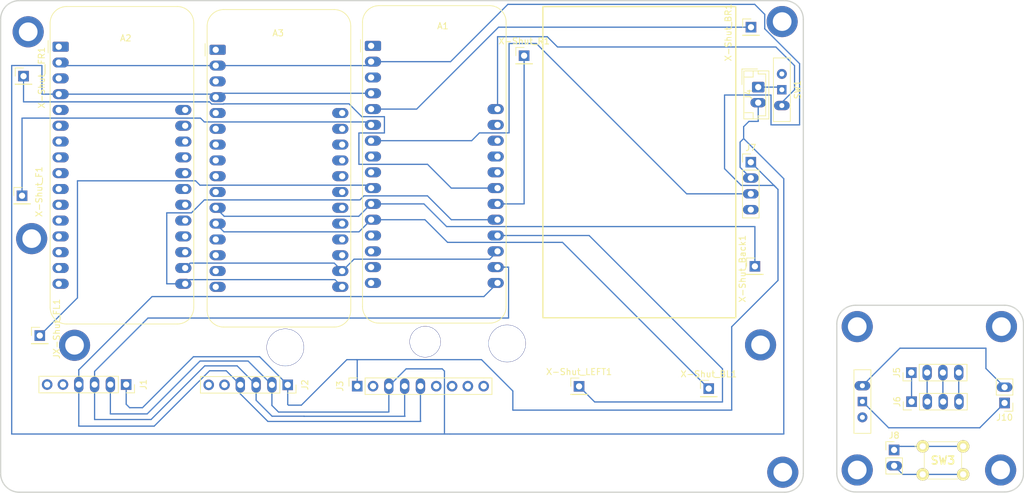
<source format=kicad_pcb>
(kicad_pcb (version 20241229) (generator "pcbnew") (generator_version "9.0")
  (layers (0 "F.Cu" signal) (2 "B.Cu" signal) (13 "F.Paste" user) (15 "B.Paste" user) (5 "F.SilkS" user "F.Silkscreen") (7 "B.SilkS" user "B.Silkscreen") (1 "F.Mask" user) (3 "B.Mask" user) (25 "Edge.Cuts" user))
  (net 0 "")
  (net 2 "/14")
  (net 6 "/22")
  (net 7 "/12")
  (net 8 "/4")
  (net 9 "/20")
  (net 10 "/11")
  (net 11 "/6")
  (net 12 "/17")
  (net 15 "/23")
  (net 16 "/10")
  (net 19 "/28")
  (net 20 "/2")
  (net 23 "/18")
  (net 24 "/15")
  (net 27 "/7")
  (net 28 "/5")
  (net 35 "Net-(J4-Pin_1)")
  (net 59 "/K3")
  (net 60 "/K2")
  (net 61 "/K4")
  (net 62 "/K1")
  (net 63 "Net-(J8-Pin_1)")
  (net 64 "Net-(J8-Pin_2)")
  (net 65 "Net-(J10-Pin_2)")
  (net 66 "Net-(J10-Pin_1)")
  (net 87 "unconnected-(J3-Pin_9-Pad9)")
  (footprint "Connector_PinHeader_2.54mm:PinHeader_1x01_P2.54mm_Vertical" (layer "F.Cu") (at 73.68 62.14)
    (property "Reference" "X-Shut__FR1" (at 2.91 0.25 90) (layer "F.SilkS"))
    (property "Value" "Conn_01x01_Pin" (hide yes))
    (pad "1" thru_hole rect (at 0 0) (size 1.7 1.7) (drill 1) (layers "*.Cu" "*.Mask") (net 15 "/23"))
  )
  (footprint "Connector_PinSocket_2.54mm:PinSocket_1x06_P2.54mm_Vertical" (layer "F.Cu") (at 116.14 111.75 -90)
    (property "Reference" "J2" (at 0 -2.77 90) (layer "F.SilkS"))
    (property "Value" "Conn_01x06_INA219")
    (pad "1" thru_hole rect (at 0 0 270) (size 1.7 1.7) (drill 1) (layers "*.Cu" "*.Mask") (net 20 "/2"))
    (pad "2" thru_hole oval (at 0 2.54 270) (size 2.5 1.5) (drill 1) (layers "*.Cu" "*.Mask") (net 8 "/4"))
    (pad "3" thru_hole oval (at 0 5.08 270) (size 2.5 1.5) (drill 1) (layers "*.Cu" "*.Mask") (net 23 "/18"))
    (pad "4" thru_hole oval (at 0 7.62 270) (size 2.5 1.5) (drill 1) (layers "*.Cu" "*.Mask") (net 12 "/17"))
    (pad "5" thru_hole oval (at 0 10.16 270) (size 1.7 1.7) (drill 1) (layers "*.Cu" "*.Mask"))
    (pad "6" thru_hole oval (at 0 12.7 270) (size 1.7 1.7) (drill 1) (layers "*.Cu" "*.Mask"))
  )
  (footprint "Connector_JST:JST_EH_B2B-EH-A_1x02_P2.50mm_Vertical" (layer "F.Cu") (at 191.75 63.9 -90)
    (property "Reference" "J4" (at 1.2 1.55 90) (layer "F.SilkS"))
    (property "Value" "ESP32-Battery")
    (pad "1" thru_hole roundrect (at 0 0 270) (size 1.7 2) (drill 1) (layers "*.Cu" "*.Mask") (roundrect_rratio 0.147059) (net 35 "Net-(J4-Pin_1)"))
    (pad "2" thru_hole oval (at 2.5 0 270) (size 1.5 2.5) (drill 1) (layers "*.Cu" "*.Mask") (net 8 "/4"))
  )
  (footprint "Connector_PinSocket_2.54mm:PinSocket_1x06_P2.54mm_Vertical" (layer "F.Cu") (at 90.18 111.7 -90)
    (property "Reference" "J1" (at 0 -2.77 90) (layer "F.SilkS"))
    (property "Value" "Conn_01x06_INA219")
    (pad "1" thru_hole rect (at 0 0 270) (size 1.7 1.7) (drill 1) (layers "*.Cu" "*.Mask") (net 20 "/2"))
    (pad "2" thru_hole oval (at 0 2.54 270) (size 2.5 1.5) (drill 1) (layers "*.Cu" "*.Mask") (net 8 "/4"))
    (pad "3" thru_hole oval (at 0 5.08 270) (size 2.5 1.5) (drill 1) (layers "*.Cu" "*.Mask") (net 23 "/18"))
    (pad "4" thru_hole oval (at 0 7.62 270) (size 2.5 1.5) (drill 1) (layers "*.Cu" "*.Mask") (net 12 "/17"))
    (pad "5" thru_hole oval (at 0 10.16 270) (size 1.7 1.7) (drill 1) (layers "*.Cu" "*.Mask"))
    (pad "6" thru_hole oval (at 0 12.7 270) (size 1.7 1.7) (drill 1) (layers "*.Cu" "*.Mask"))
  )
  (footprint "Connector_PinHeader_2.54mm:PinHeader_1x01_P2.54mm_Vertical" (layer "F.Cu") (at 73.44 81.36)
    (property "Reference" "X-Shut_F1" (at 2.74 -0.65 90) (layer "F.SilkS"))
    (property "Value" "Conn_01x01_Pin" (hide yes))
    (pad "1" thru_hole rect (at 0 0) (size 1.7 1.7) (drill 1) (layers "*.Cu" "*.Mask") (net 11 "/6"))
  )
  (footprint "Connector_PinSocket_2.54mm:PinSocket_1x09_P2.54mm_Vertical" (layer "F.Cu") (at 127.31 111.96 90)
    (property "Reference" "J3" (at 0 -2.77 90) (layer "F.SilkS"))
    (property "Value" "Conn_01x09_GYRO")
    (pad "1" thru_hole rect (at 0 0 90) (size 1.7 1.7) (drill 1) (layers "*.Cu" "*.Mask") (net 20 "/2"))
    (pad "2" thru_hole oval (at 0 2.54 90) (size 1.7 1.7) (drill 1) (layers "*.Cu" "*.Mask"))
    (pad "3" thru_hole oval (at 0 5.08 90) (size 2.5 1.5) (drill 1) (layers "*.Cu" "*.Mask") (net 8 "/4"))
    (pad "4" thru_hole oval (at 0 7.62 90) (size 2.5 1.5) (drill 1) (layers "*.Cu" "*.Mask") (net 23 "/18"))
    (pad "5" thru_hole oval (at 0 10.16 90) (size 2.5 1.5) (drill 1) (layers "*.Cu" "*.Mask") (net 12 "/17"))
    (pad "6" thru_hole oval (at 0 12.7 90) (size 1.7 1.7) (drill 1) (layers "*.Cu" "*.Mask"))
    (pad "7" thru_hole oval (at 0 15.24 90) (size 1.7 1.7) (drill 1) (layers "*.Cu" "*.Mask"))
    (pad "8" thru_hole oval (at 0 17.78 90) (size 1.7 1.7) (drill 1) (layers "*.Cu" "*.Mask"))
    (pad "9" thru_hole oval (at 0 20.32 90) (size 1.7 1.7) (drill 1) (layers "*.Cu" "*.Mask") (net 87 "unconnected-(J3-Pin_9-Pad9)"))
  )
  (footprint "Connector_PinHeader_2.54mm:PinHeader_1x01_P2.54mm_Vertical" (layer "F.Cu") (at 183.8 112.35)
    (property "Reference" "X-Shut_BL1" (at 0 -2.33 0) (layer "F.SilkS"))
    (property "Value" "Conn_01x01_Pin")
    (pad "1" thru_hole rect (at 0 0) (size 1.7 1.7) (drill 1) (layers "*.Cu" "*.Mask") (net 7 "/12"))
  )
  (footprint "Module:Adafruit_Feather" (layer "F.Cu") (at 129.54 57.27)
    (property "Reference" "A1" (at 11.53 -3.19 0) (layer "F.SilkS"))
    (property "Value" "Adafruit_Feather_HUZZAH32_ESP32")
    (pad "1" thru_hole roundrect (at 0 0) (size 2.6 1.6) (drill 1 (offset 0.3 0)) (layers "*.Cu" "*.Mask") (roundrect_rratio 0.15625))
    (pad "2" thru_hole oval (at 0 2.54) (size 2.6 1.6) (drill 1 (offset 0.3 0)) (layers "*.Cu" "*.Mask") (net 20 "/2"))
    (pad "3" thru_hole oval (at 0 5.08) (size 2.6 1.6) (drill 1 (offset 0.3 0)) (layers "*.Cu" "*.Mask"))
    (pad "4" thru_hole oval (at 0 7.62) (size 2.6 1.6) (drill 1 (offset 0.3 0)) (layers "*.Cu" "*.Mask") (net 8 "/4"))
    (pad "5" thru_hole oval (at 0 10.16) (size 2.6 1.6) (drill 1 (offset 0.3 0)) (layers "*.Cu" "*.Mask") (net 28 "/5"))
    (pad "6" thru_hole oval (at 0 12.7) (size 2.6 1.6) (drill 1 (offset 0.3 0)) (layers "*.Cu" "*.Mask") (net 11 "/6"))
    (pad "7" thru_hole oval (at 0 15.24) (size 2.6 1.6) (drill 1 (offset 0.3 0)) (layers "*.Cu" "*.Mask") (net 27 "/7"))
    (pad "8" thru_hole oval (at 0 17.78) (size 2.6 1.6) (drill 1 (offset 0.3 0)) (layers "*.Cu" "*.Mask"))
    (pad "9" thru_hole oval (at 0 20.32) (size 2.6 1.6) (drill 1 (offset 0.3 0)) (layers "*.Cu" "*.Mask"))
    (pad "10" thru_hole oval (at 0 22.86) (size 2.6 1.6) (drill 1 (offset 0.3 0)) (layers "*.Cu" "*.Mask") (net 16 "/10"))
    (pad "11" thru_hole oval (at 0 25.4) (size 2.6 1.6) (drill 1 (offset 0.3 0)) (layers "*.Cu" "*.Mask") (net 10 "/11"))
    (pad "12" thru_hole oval (at 0 27.94) (size 2.6 1.6) (drill 1 (offset 0.3 0)) (layers "*.Cu" "*.Mask") (net 7 "/12"))
    (pad "13" thru_hole oval (at 0 30.48) (size 2.6 1.6) (drill 1 (offset 0.3 0)) (layers "*.Cu" "*.Mask"))
    (pad "14" thru_hole oval (at 0 33.02) (size 2.6 1.6) (drill 1 (offset 0.3 0)) (layers "*.Cu" "*.Mask"))
    (pad "15" thru_hole oval (at 0 35.56) (size 2.6 1.6) (drill 1 (offset 0.3 0)) (layers "*.Cu" "*.Mask"))
    (pad "16" thru_hole oval (at 0 38.1) (size 2.6 1.6) (drill 1 (offset 0.3 0)) (layers "*.Cu" "*.Mask"))
    (pad "17" thru_hole oval (at 20.32 38.1 180) (size 2.6 1.6) (drill 1 (offset 0.3 0)) (layers "*.Cu" "*.Mask") (net 12 "/17"))
    (pad "18" thru_hole oval (at 20.32 35.56 180) (size 2.6 1.6) (drill 1 (offset 0.3 0)) (layers "*.Cu" "*.Mask") (net 23 "/18"))
    (pad "19" thru_hole oval (at 20.32 33.02 180) (size 2.6 1.6) (drill 1 (offset 0.3 0)) (layers "*.Cu" "*.Mask") (net 2 "/14"))
    (pad "20" thru_hole oval (at 20.32 30.48 180) (size 2.6 1.6) (drill 1 (offset 0.3 0)) (layers "*.Cu" "*.Mask") (net 9 "/20"))
    (pad "21" thru_hole oval (at 20.32 27.94 180) (size 2.6 1.6) (drill 1 (offset 0.3 0)) (layers "*.Cu" "*.Mask") (net 24 "/15"))
    (pad "22" thru_hole oval (at 20.32 25.4 180) (size 2.6 1.6) (drill 1 (offset 0.3 0)) (layers "*.Cu" "*.Mask") (net 6 "/22"))
    (pad "23" thru_hole oval (at 20.32 22.86 180) (size 2.6 1.6) (drill 1 (offset 0.3 0)) (layers "*.Cu" "*.Mask") (net 15 "/23"))
    (pad "24" thru_hole oval (at 20.32 20.32 180) (size 2.6 1.6) (drill 1 (offset 0.3 0)) (layers "*.Cu" "*.Mask"))
    (pad "25" thru_hole oval (at 20.32 17.78 180) (size 2.6 1.6) (drill 1 (offset 0.3 0)) (layers "*.Cu" "*.Mask"))
    (pad "26" thru_hole oval (at 20.32 15.24 180) (size 2.6 1.6) (drill 1 (offset 0.3 0)) (layers "*.Cu" "*.Mask"))
    (pad "27" thru_hole oval (at 20.32 12.7 180) (size 2.6 1.6) (drill 1 (offset 0.3 0)) (layers "*.Cu" "*.Mask"))
    (pad "28" thru_hole oval (at 20.32 10.16 180) (size 2.6 1.6) (drill 1 (offset 0.3 0)) (layers "*.Cu" "*.Mask") (net 19 "/28"))
  )
  (footprint "Connector_PinHeader_2.54mm:PinHeader_1x01_P2.54mm_Vertical" (layer "F.Cu") (at 154.13 58.85)
    (property "Reference" "X-Shut_R1" (at 0 -2.33 0) (layer "F.SilkS"))
    (property "Value" "Conn_01x01_Pin")
    (pad "1" thru_hole rect (at 0 0) (size 1.7 1.7) (drill 1) (layers "*.Cu" "*.Mask") (net 6 "/22"))
  )
  (footprint "Connector_PinHeader_2.54mm:PinHeader_1x04_P2.54mm_Vertical" (layer "F.Cu") (at 190.56 75.97)
    (property "Reference" "J7" (at 0 -2.33 0) (layer "F.SilkS"))
    (property "Value" "Kill_Switch_Conn")
    (pad "1" thru_hole rect (at 0 0) (size 1.7 1.7) (drill 1) (layers "*.Cu" "*.Mask") (net 20 "/2"))
    (pad "2" thru_hole oval (at 0 2.54) (size 2.5 1.5) (drill 1) (layers "*.Cu" "*.Mask") (net 8 "/4"))
    (pad "3" thru_hole oval (at 0 5.08) (size 2.5 1.5) (drill 1) (layers "*.Cu" "*.Mask") (net 27 "/7"))
    (pad "4" thru_hole oval (at 0 7.62) (size 2.5 1.5) (drill 1) (layers "*.Cu" "*.Mask"))
  )
  (footprint "Module:Adafruit_Feather" (layer "F.Cu") (at 79.34 57.41)
    (property "Reference" "A2" (at 10.77 -1.38 0) (layer "F.SilkS"))
    (property "Value" "Adafruit_Feather_Front_M-Shield")
    (pad "1" thru_hole roundrect (at 0 0) (size 2.6 1.6) (drill 1 (offset 0.3 0)) (layers "*.Cu" "*.Mask") (roundrect_rratio 0.15625))
    (pad "2" thru_hole oval (at 0 2.54) (size 2.6 1.6) (drill 1 (offset 0.3 0)) (layers "*.Cu" "*.Mask") (net 20 "/2"))
    (pad "3" thru_hole oval (at 0 5.08) (size 2.6 1.6) (drill 1 (offset 0.3 0)) (layers "*.Cu" "*.Mask"))
    (pad "4" thru_hole oval (at 0 7.62) (size 2.6 1.6) (drill 1 (offset 0.3 0)) (layers "*.Cu" "*.Mask") (net 8 "/4"))
    (pad "5" thru_hole oval (at 0 10.16) (size 2.6 1.6) (drill 1 (offset 0.3 0)) (layers "*.Cu" "*.Mask"))
    (pad "6" thru_hole oval (at 0 12.7) (size 2.6 1.6) (drill 1 (offset 0.3 0)) (layers "*.Cu" "*.Mask"))
    (pad "7" thru_hole oval (at 0 15.24) (size 2.6 1.6) (drill 1 (offset 0.3 0)) (layers "*.Cu" "*.Mask"))
    (pad "8" thru_hole oval (at 0 17.78) (size 2.6 1.6) (drill 1 (offset 0.3 0)) (layers "*.Cu" "*.Mask"))
    (pad "9" thru_hole oval (at 0 20.32) (size 2.6 1.6) (drill 1 (offset 0.3 0)) (layers "*.Cu" "*.Mask"))
    (pad "10" thru_hole oval (at 0 22.86) (size 2.6 1.6) (drill 1 (offset 0.3 0)) (layers "*.Cu" "*.Mask"))
    (pad "11" thru_hole oval (at 0 25.4) (size 2.6 1.6) (drill 1 (offset 0.3 0)) (layers "*.Cu" "*.Mask"))
    (pad "12" thru_hole oval (at 0 27.94) (size 2.6 1.6) (drill 1 (offset 0.3 0)) (layers "*.Cu" "*.Mask"))
    (pad "13" thru_hole oval (at 0 30.48) (size 2.6 1.6) (drill 1 (offset 0.3 0)) (layers "*.Cu" "*.Mask"))
    (pad "14" thru_hole oval (at 0 33.02) (size 2.6 1.6) (drill 1 (offset 0.3 0)) (layers "*.Cu" "*.Mask"))
    (pad "15" thru_hole oval (at 0 35.56) (size 2.6 1.6) (drill 1 (offset 0.3 0)) (layers "*.Cu" "*.Mask"))
    (pad "16" thru_hole oval (at 0 38.1) (size 2.6 1.6) (drill 1 (offset 0.3 0)) (layers "*.Cu" "*.Mask"))
    (pad "17" thru_hole oval (at 20.32 38.1 180) (size 2.6 1.6) (drill 1 (offset 0.3 0)) (layers "*.Cu" "*.Mask") (net 24 "/15"))
    (pad "18" thru_hole oval (at 20.32 35.56 180) (size 2.6 1.6) (drill 1 (offset 0.3 0)) (layers "*.Cu" "*.Mask") (net 2 "/14"))
    (pad "19" thru_hole oval (at 20.32 33.02 180) (size 2.6 1.6) (drill 1 (offset 0.3 0)) (layers "*.Cu" "*.Mask"))
    (pad "20" thru_hole oval (at 20.32 30.48 180) (size 2.6 1.6) (drill 1 (offset 0.3 0)) (layers "*.Cu" "*.Mask"))
    (pad "21" thru_hole oval (at 20.32 27.94 180) (size 2.6 1.6) (drill 1 (offset 0.3 0)) (layers "*.Cu" "*.Mask"))
    (pad "22" thru_hole oval (at 20.32 25.4 180) (size 2.6 1.6) (drill 1 (offset 0.3 0)) (layers "*.Cu" "*.Mask"))
    (pad "23" thru_hole oval (at 20.32 22.86 180) (size 2.6 1.6) (drill 1 (offset 0.3 0)) (layers "*.Cu" "*.Mask"))
    (pad "24" thru_hole oval (at 20.32 20.32 180) (size 2.6 1.6) (drill 1 (offset 0.3 0)) (layers "*.Cu" "*.Mask"))
    (pad "25" thru_hole oval (at 20.32 17.78 180) (size 2.6 1.6) (drill 1 (offset 0.3 0)) (layers "*.Cu" "*.Mask"))
    (pad "26" thru_hole oval (at 20.32 15.24 180) (size 2.6 1.6) (drill 1 (offset 0.3 0)) (layers "*.Cu" "*.Mask"))
    (pad "27" thru_hole oval (at 20.32 12.7 180) (size 2.6 1.6) (drill 1 (offset 0.3 0)) (layers "*.Cu" "*.Mask"))
    (pad "28" thru_hole oval (at 20.32 10.16 180) (size 2.6 1.6) (drill 1 (offset 0.3 0)) (layers "*.Cu" "*.Mask"))
  )
  (footprint "Milads_Library:Tac_Switch_THT" (layer "F.Cu") (at 218.19 121.64)
    (property "Reference" "SW3" (at 3.25 2.25 0) (layer "F.SilkS") (effects (font (size 1.27 1.27) (thickness 0.254))))
    (property "Value" "RESET_SW" (hide yes))
    (pad "1" thru_hole circle (at 0 0 90) (size 2 2) (drill 1) (layers "*.Cu" "*.Mask" "F.SilkS") (net 63 "Net-(J8-Pin_1)"))
    (pad "2" thru_hole circle (at 6.5 0 90) (size 2 2) (drill 1) (layers "*.Cu" "*.Mask" "F.SilkS") (net 63 "Net-(J8-Pin_1)"))
    (pad "3" thru_hole circle (at 0 4.5 90) (size 2 2) (drill 1) (layers "*.Cu" "*.Mask" "F.SilkS") (net 64 "Net-(J8-Pin_2)"))
    (pad "4" thru_hole circle (at 6.5 4.5 90) (size 2 2) (drill 1) (layers "*.Cu" "*.Mask" "F.SilkS") (net 64 "Net-(J8-Pin_2)"))
  )
  (footprint "Connector_PinHeader_2.54mm:PinHeader_1x01_P2.54mm_Vertical" (layer "F.Cu") (at 191.22 92.7)
    (property "Reference" "X-Shut_Back1" (at -2 0.39 270) (layer "F.SilkS"))
    (property "Value" "Conn_01x01_Pin" (hide yes))
    (pad "1" thru_hole rect (at 0 0) (size 1.7 1.7) (drill 1) (layers "*.Cu" "*.Mask") (net 10 "/11"))
  )
  (footprint "Connector_PinHeader_2.54mm:PinHeader_1x04_P2.54mm_Vertical" (layer "F.Cu") (at 216.395 114.45 90)
    (property "Reference" "J6" (at 0 -2.33 90) (layer "F.SilkS"))
    (property "Value" "C-P_KS_Pins")
    (pad "1" thru_hole rect (at 0 0 90) (size 1.7 1.7) (drill 1) (layers "*.Cu" "*.Mask") (net 62 "/K1"))
    (pad "2" thru_hole oval (at 0 2.54 90) (size 2.5 1.5) (drill 1) (layers "*.Cu" "*.Mask") (net 60 "/K2"))
    (pad "3" thru_hole oval (at 0 5.08 90) (size 2.5 1.5) (drill 1) (layers "*.Cu" "*.Mask") (net 59 "/K3"))
    (pad "4" thru_hole oval (at 0 7.62 90) (size 2.5 1.5) (drill 1) (layers "*.Cu" "*.Mask") (net 61 "/K4"))
  )
  (footprint "Connector_PinHeader_2.54mm:PinHeader_1x02_P2.54mm_Vertical" (layer "F.Cu") (at 231.345 114.66 180)
    (property "Reference" "J10" (at 0 -2.33 0) (layer "F.SilkS"))
    (property "Value" "Conn_01x02_Socket")
    (pad "1" thru_hole rect (at 0 0 180) (size 1.7 1.7) (drill 1) (layers "*.Cu" "*.Mask") (net 66 "Net-(J10-Pin_1)"))
    (pad "2" thru_hole oval (at 0 2.54 180) (size 2.5 1.5) (drill 1) (layers "*.Cu" "*.Mask") (net 65 "Net-(J10-Pin_2)"))
  )
  (footprint "Connector_PinHeader_2.54mm:PinHeader_1x01_P2.54mm_Vertical" (layer "F.Cu") (at 76.29 103.83)
    (property "Reference" "JX-Shut_FL1" (at 2.72 -1.07 90) (layer "F.SilkS"))
    (property "Value" "Conn_01x01_Pin" (hide yes))
    (pad "1" thru_hole rect (at 0 0) (size 1.7 1.7) (drill 1) (layers "*.Cu" "*.Mask") (net 16 "/10"))
  )
  (footprint "Button_Switch_THT:SW_Slide-03_Wuerth-WS-SLTV_10x2.5x6.4_P2.54mm" (layer "F.Cu") (at 195.55 64.32 -90)
    (property "Reference" "SW1" (at 0 -2.54 90) (layer "F.SilkS"))
    (property "Value" "SW_Wuerth_450301014042" (hide yes))
    (pad "1" thru_hole rect (at 0 0 270) (size 1.5 1.5) (drill 0.8) (layers "*.Cu" "*.Mask") (net 35 "Net-(J4-Pin_1)"))
    (pad "2" thru_hole circle (at -2.54 0 270) (size 1.6 1.6) (drill 0.8) (layers "*.Cu" "*.Mask"))
    (pad "3" thru_hole oval (at 2.54 0 270) (size 1.5 2.5) (drill 0.8) (layers "*.Cu" "*.Mask") (net 19 "/28"))
  )
  (footprint "Button_Switch_THT:SW_Slide-03_Wuerth-WS-SLTV_10x2.5x6.4_P2.54mm" (layer "F.Cu") (at 208.495 114.43 90)
    (property "Reference" "SW2" (hide yes))
    (property "Value" "SW_Wuerth_450301014042")
    (pad "1" thru_hole rect (at 0 0 90) (size 1.5 1.5) (drill 0.8) (layers "*.Cu" "*.Mask") (net 66 "Net-(J10-Pin_1)"))
    (pad "2" thru_hole circle (at -2.54 0 90) (size 1.6 1.6) (drill 0.8) (layers "*.Cu" "*.Mask"))
    (pad "3" thru_hole oval (at 2.54 0 90) (size 1.5 2.5) (drill 0.8) (layers "*.Cu" "*.Mask") (net 65 "Net-(J10-Pin_2)"))
  )
  (footprint "Connector_PinHeader_2.54mm:PinHeader_1x01_P2.54mm_Vertical" (layer "F.Cu") (at 190.59 54.27)
    (property "Reference" "X-Shut_BR1" (at -3.65 0.85 90) (layer "F.SilkS"))
    (property "Value" "Conn_01x01_Pin" (hide yes))
    (pad "1" thru_hole rect (at 0 0) (size 1.7 1.7) (drill 1) (layers "*.Cu" "*.Mask") (net 28 "/5"))
  )
  (footprint "Connector_PinHeader_2.54mm:PinHeader_1x01_P2.54mm_Vertical" (layer "F.Cu") (at 162.96 111.99)
    (property "Reference" "X-Shut_LEFT1" (at 0 -2.33 0) (layer "F.SilkS"))
    (property "Value" "Conn_01x01_Pin")
    (pad "1" thru_hole rect (at 0 0) (size 1.7 1.7) (drill 1) (layers "*.Cu" "*.Mask") (net 9 "/20"))
  )
  (footprint "Module:Adafruit_Feather" (layer "F.Cu") (at 104.57 57.9)
    (property "Reference" "A3" (at 10.03 -2.68 0) (layer "F.SilkS"))
    (property "Value" "Adafruit_Feather_Rear_M-Shield")
    (pad "1" thru_hole roundrect (at 0 0) (size 2.6 1.6) (drill 1 (offset 0.3 0)) (layers "*.Cu" "*.Mask") (roundrect_rratio 0.15625))
    (pad "2" thru_hole oval (at 0 2.54) (size 2.6 1.6) (drill 1 (offset 0.3 0)) (layers "*.Cu" "*.Mask") (net 20 "/2"))
    (pad "3" thru_hole oval (at 0 5.08) (size 2.6 1.6) (drill 1 (offset 0.3 0)) (layers "*.Cu" "*.Mask"))
    (pad "4" thru_hole oval (at 0 7.62) (size 2.6 1.6) (drill 1 (offset 0.3 0)) (layers "*.Cu" "*.Mask") (net 8 "/4"))
    (pad "5" thru_hole oval (at 0 10.16) (size 2.6 1.6) (drill 1 (offset 0.3 0)) (layers "*.Cu" "*.Mask"))
    (pad "6" thru_hole oval (at 0 12.7) (size 2.6 1.6) (drill 1 (offset 0.3 0)) (layers "*.Cu" "*.Mask"))
    (pad "7" thru_hole oval (at 0 15.24) (size 2.6 1.6) (drill 1 (offset 0.3 0)) (layers "*.Cu" "*.Mask"))
    (pad "8" thru_hole oval (at 0 17.78) (size 2.6 1.6) (drill 1 (offset 0.3 0)) (layers "*.Cu" "*.Mask"))
    (pad "9" thru_hole oval (at 0 20.32) (size 2.6 1.6) (drill 1 (offset 0.3 0)) (layers "*.Cu" "*.Mask"))
    (pad "10" thru_hole oval (at 0 22.86) (size 2.6 1.6) (drill 1 (offset 0.3 0)) (layers "*.Cu" "*.Mask"))
    (pad "11" thru_hole oval (at 0 25.4) (size 2.6 1.6) (drill 1 (offset 0.3 0)) (layers "*.Cu" "*.Mask") (net 10 "/11"))
    (pad "12" thru_hole oval (at 0 27.94) (size 2.6 1.6) (drill 1 (offset 0.3 0)) (layers "*.Cu" "*.Mask") (net 7 "/12"))
    (pad "13" thru_hole oval (at 0 30.48) (size 2.6 1.6) (drill 1 (offset 0.3 0)) (layers "*.Cu" "*.Mask"))
    (pad "14" thru_hole oval (at 0 33.02) (size 2.6 1.6) (drill 1 (offset 0.3 0)) (layers "*.Cu" "*.Mask"))
    (pad "15" thru_hole oval (at 0 35.56) (size 2.6 1.6) (drill 1 (offset 0.3 0)) (layers "*.Cu" "*.Mask"))
    (pad "16" thru_hole oval (at 0 38.1) (size 2.6 1.6) (drill 1 (offset 0.3 0)) (layers "*.Cu" "*.Mask"))
    (pad "17" thru_hole oval (at 20.32 38.1 180) (size 2.6 1.6) (drill 1 (offset 0.3 0)) (layers "*.Cu" "*.Mask") (net 24 "/15"))
    (pad "18" thru_hole oval (at 20.32 35.56 180) (size 2.6 1.6) (drill 1 (offset 0.3 0)) (layers "*.Cu" "*.Mask") (net 2 "/14"))
    (pad "19" thru_hole oval (at 20.32 33.02 180) (size 2.6 1.6) (drill 1 (offset 0.3 0)) (layers "*.Cu" "*.Mask"))
    (pad "20" thru_hole oval (at 20.32 30.48 180) (size 2.6 1.6) (drill 1 (offset 0.3 0)) (layers "*.Cu" "*.Mask"))
    (pad "21" thru_hole oval (at 20.32 27.94 180) (size 2.6 1.6) (drill 1 (offset 0.3 0)) (layers "*.Cu" "*.Mask"))
    (pad "22" thru_hole oval (at 20.32 25.4 180) (size 2.6 1.6) (drill 1 (offset 0.3 0)) (layers "*.Cu" "*.Mask"))
    (pad "23" thru_hole oval (at 20.32 22.86 180) (size 2.6 1.6) (drill 1 (offset 0.3 0)) (layers "*.Cu" "*.Mask"))
    (pad "24" thru_hole oval (at 20.32 20.32 180) (size 2.6 1.6) (drill 1 (offset 0.3 0)) (layers "*.Cu" "*.Mask"))
    (pad "25" thru_hole oval (at 20.32 17.78 180) (size 2.6 1.6) (drill 1 (offset 0.3 0)) (layers "*.Cu" "*.Mask"))
    (pad "26" thru_hole oval (at 20.32 15.24 180) (size 2.6 1.6) (drill 1 (offset 0.3 0)) (layers "*.Cu" "*.Mask"))
    (pad "27" thru_hole oval (at 20.32 12.7 180) (size 2.6 1.6) (drill 1 (offset 0.3 0)) (layers "*.Cu" "*.Mask"))
    (pad "28" thru_hole oval (at 20.32 10.16 180) (size 2.6 1.6) (drill 1 (offset 0.3 0)) (layers "*.Cu" "*.Mask"))
  )
  (footprint "Connector_PinHeader_2.54mm:PinHeader_1x04_P2.54mm_Vertical" (layer "F.Cu") (at 216.355 109.78 90)
    (property "Reference" "J5" (at 0 -2.33 90) (layer "F.SilkS"))
    (property "Value" "C-P_Kill_Switch")
    (pad "1" thru_hole rect (at 0 0 90) (size 1.7 1.7) (drill 1) (layers "*.Cu" "*.Mask") (net 62 "/K1"))
    (pad "2" thru_hole oval (at 0 2.54 90) (size 2.5 1.5) (drill 1) (layers "*.Cu" "*.Mask") (net 60 "/K2"))
    (pad "3" thru_hole oval (at 0 5.08 90) (size 2.5 1.5) (drill 1) (layers "*.Cu" "*.Mask") (net 59 "/K3"))
    (pad "4" thru_hole oval (at 0 7.62 90) (size 2.5 1.5) (drill 1) (layers "*.Cu" "*.Mask") (net 61 "/K4"))
  )
  (footprint "Connector_PinHeader_2.54mm:PinHeader_1x02_P2.54mm_Vertical" (layer "F.Cu") (at 213.595 122.21)
    (property "Reference" "J8" (at 0 -2.33 0) (layer "F.SilkS"))
    (property "Value" "RESET_Conn.")
    (pad "1" thru_hole rect (at 0 0) (size 1.7 1.7) (drill 1) (layers "*.Cu" "*.Mask") (net 63 "Net-(J8-Pin_1)"))
    (pad "2" thru_hole oval (at 0 2.54) (size 2.5 1.5) (drill 1) (layers "*.Cu" "*.Mask") (net 64 "Net-(J8-Pin_2)"))
  )
  (gr_rect (start 157.15 50.97) (end 188.15 100.97) (stroke (width 0.2)) (fill no) (layer "F.SilkS"))
  (gr_line (start 70 126) (end 70 53) (stroke (width 0.2)) (layer "Edge.Cuts"))
  (gr_arc (start 73 129) (mid 70.87868 128.12132) (end 70 126) (stroke (width 0.2)) (layer "Edge.Cuts"))
  (gr_arc (start 70 53) (mid 70.87868 50.87868) (end 73 50) (stroke (width 0.2)) (layer "Edge.Cuts"))
  (gr_arc (start 231.385 98.96) (mid 233.50632 99.83868) (end 234.385 101.96) (stroke (width 0.2)) (layer "Edge.Cuts"))
  (gr_line (start 207.385 98.96) (end 231.385 98.96) (stroke (width 0.2)) (layer "Edge.Cuts"))
  (gr_line (start 234.385 101.96) (end 234.385 125.96) (stroke (width 0.2)) (layer "Edge.Cuts"))
  (gr_line (start 204.385 125.96) (end 204.385 101.96) (stroke (width 0.2)) (layer "Edge.Cuts"))
  (gr_line (start 231.385 128.96) (end 207.385 128.96) (stroke (width 0.2)) (layer "Edge.Cuts"))
  (gr_arc (start 199 126) (mid 198.12132 128.12132) (end 196 129) (stroke (width 0.2)) (layer "Edge.Cuts"))
  (gr_line (start 196 129) (end 73 129) (stroke (width 0.2)) (layer "Edge.Cuts"))
  (gr_line (start 199 53) (end 199 126) (stroke (width 0.2)) (layer "Edge.Cuts"))
  (gr_arc (start 204.385 101.96) (mid 205.26368 99.83868) (end 207.385 98.96) (stroke (width 0.2)) (layer "Edge.Cuts"))
  (gr_arc (start 196 50) (mid 198.12132 50.87868) (end 199 53) (stroke (width 0.2)) (layer "Edge.Cuts"))
  (gr_arc (start 234.385 125.96) (mid 233.50632 128.08132) (end 231.385 128.96) (stroke (width 0.2)) (layer "Edge.Cuts"))
  (gr_arc (start 207.385 128.96) (mid 205.26368 128.08132) (end 204.385 125.96) (stroke (width 0.2)) (layer "Edge.Cuts"))
  (gr_line (start 73 50) (end 196 50) (stroke (width 0.2)) (layer "Edge.Cuts"))
  (via (at 192.13 105.33) (size 5) (drill 3) (layers "F.Cu" "B.Cu") (net 0))
  (via (at 207.665 125.43) (size 5) (drill 3) (layers "F.Cu" "B.Cu") (net 0))
  (via (at 115.75 105.73) (size 6) (drill 5.9) (layers "F.Cu" "B.Cu") (net 0))
  (via (at 195.7 125.79) (size 5) (drill 3) (layers "F.Cu" "B.Cu") (net 0))
  (via (at 230.845 102.39) (size 5) (drill 3) (layers "F.Cu" "B.Cu") (net 0))
  (via (at 74.43 55.01) (size 5) (drill 3) (layers "F.Cu" "B.Cu") (net 0))
  (via (at 74.99 88.25) (size 5) (drill 3) (layers "F.Cu" "B.Cu") (net 0))
  (via (at 138.23 104.82) (size 5) (drill 4.9) (layers "F.Cu" "B.Cu") (net 0))
  (via (at 81.88 105.39) (size 5) (drill 3) (layers "F.Cu" "B.Cu") (net 0))
  (via (at 207.665 102.39) (size 5) (drill 3) (layers "F.Cu" "B.Cu") (net 0))
  (via (at 230.715 125.43) (size 5) (drill 3) (layers "F.Cu" "B.Cu") (net 0))
  (via (at 195.6 53.37) (size 5) (drill 3) (layers "F.Cu" "B.Cu") (net 0))
  (via (at 151.4 105.1) (size 6) (drill 5.9) (layers "F.Cu" "B.Cu") (net 0))
  (segment (start 99.66 92.97) (end 100.45 92.18) (width 0.2) (layer "B.Cu") (net 2))
  (segment (start 123.61 92.18) (end 124.89 93.46) (width 0.2) (layer "B.Cu") (net 2))
  (segment (start 126.8 91.55) (end 148.6 91.55) (width 0.2) (layer "B.Cu") (net 2))
  (segment (start 124.89 93.46) (end 126.8 91.55) (width 0.2) (layer "B.Cu") (net 2))
  (segment (start 148.6 91.55) (end 149.86 90.29) (width 0.2) (layer "B.Cu") (net 2))
  (segment (start 100.45 92.18) (end 123.61 92.18) (width 0.2) (layer "B.Cu") (net 2))
  (segment (start 149.86 82.67) (end 154.13 82.67) (width 0.2) (layer "B.Cu") (net 6))
  (segment (start 154.13 82.67) (end 154.13 58.85) (width 0.2) (layer "B.Cu") (net 6))
  (segment (start 129.54 85.21) (end 138.19 85.21) (width 0.2) (layer "B.Cu") (net 7))
  (segment (start 105.89 87.16) (end 127.59 87.16) (width 0.2) (layer "B.Cu") (net 7))
  (segment (start 160.301 88.851) (end 183.8 112.35) (width 0.2) (layer "B.Cu") (net 7))
  (segment (start 138.19 85.21) (end 141.831 88.851) (width 0.2) (layer "B.Cu") (net 7))
  (segment (start 127.59 87.16) (end 129.54 85.21) (width 0.2) (layer "B.Cu") (net 7))
  (segment (start 104.57 85.84) (end 105.89 87.16) (width 0.2) (layer "B.Cu") (net 7))
  (segment (start 141.831 88.851) (end 160.301 88.851) (width 0.2) (layer "B.Cu") (net 7))
  (segment (start 190.56 78.51) (end 188.84 76.79) (width 0.2) (layer "B.Cu") (net 8))
  (segment (start 189.409 70.261) (end 190.26 69.41) (width 0.2) (layer "B.Cu") (net 8))
  (segment (start 113.6 111.75) (end 113.6 115.06) (width 0.2) (layer "B.Cu") (net 8))
  (segment (start 104.57 65.52) (end 105.2 64.89) (width 0.2) (layer "B.Cu") (net 8))
  (segment (start 113.6 115.06) (end 114.66 116.12) (width 0.2) (layer "B.Cu") (net 8))
  (segment (start 188.84 72.739) (end 189.409 72.17) (width 0.2) (layer "B.Cu") (net 8))
  (segment (start 87.64 111.7) (end 87.64 116.42) (width 0.2) (layer "B.Cu") (net 8))
  (segment (start 189.409 72.17) (end 189.409 70.261) (width 0.2) (layer "B.Cu") (net 8))
  (segment (start 79.34 65.03) (end 104.08 65.03) (width 0.2) (layer "B.Cu") (net 8))
  (segment (start 93.55 116.42) (end 102.05 107.92) (width 0.2) (layer "B.Cu") (net 8))
  (segment (start 71.78 60.43) (end 71.78 119.65) (width 0.2) (layer "B.Cu") (net 8))
  (segment (start 191.75 69.41) (end 191.75 66.4) (width 0.2) (layer "B.Cu") (net 8))
  (segment (start 141.33 119.65) (end 142.2 119.65) (width 0.2) (layer "B.Cu") (net 8))
  (segment (start 132.39 111.96) (end 135.17 109.18) (width 0.2) (layer "B.Cu") (net 8))
  (segment (start 190.26 69.41) (end 191.75 69.41) (width 0.2) (layer "B.Cu") (net 8))
  (segment (start 188.84 76.79) (end 188.84 72.739) (width 0.2) (layer "B.Cu") (net 8))
  (segment (start 141.33 109.54) (end 141.33 119.65) (width 0.2) (layer "B.Cu") (net 8))
  (segment (start 195.86 119.65) (end 195.86 78.621) (width 0.2) (layer "B.Cu") (net 8))
  (segment (start 140.97 109.18) (end 141.33 109.54) (width 0.2) (layer "B.Cu") (net 8))
  (segment (start 142.2 119.65) (end 195.86 119.65) (width 0.2) (layer "B.Cu") (net 8))
  (segment (start 104.08 65.03) (end 104.57 65.52) (width 0.2) (layer "B.Cu") (net 8))
  (segment (start 109.77 107.92) (end 113.6 111.75) (width 0.2) (layer "B.Cu") (net 8))
  (segment (start 132.4 116.08) (end 132.39 116.07) (width 0.2) (layer "B.Cu") (net 8))
  (segment (start 132.39 116.07) (end 132.39 111.96) (width 0.2) (layer "B.Cu") (net 8))
  (segment (start 195.86 78.621) (end 189.409 72.17) (width 0.2) (layer "B.Cu") (net 8))
  (segment (start 135.17 109.18) (end 140.97 109.18) (width 0.2) (layer "B.Cu") (net 8))
  (segment (start 71.78 119.65) (end 141.33 119.65) (width 0.2) (layer "B.Cu") (net 8))
  (segment (start 87.64 116.42) (end 93.55 116.42) (width 0.2) (layer "B.Cu") (net 8))
  (segment (start 76.64 60.43) (end 71.78 60.43) (width 0.2) (layer "B.Cu") (net 8))
  (segment (start 114.66 116.12) (end 132.36 116.12) (width 0.2) (layer "B.Cu") (net 8))
  (segment (start 76.64 65.03) (end 76.64 60.43) (width 0.2) (layer "B.Cu") (net 8))
  (segment (start 105.2 64.89) (end 129.54 64.89) (width 0.2) (layer "B.Cu") (net 8))
  (segment (start 132.36 116.12) (end 132.4 116.08) (width 0.2) (layer "B.Cu") (net 8))
  (segment (start 79.34 65.03) (end 76.64 65.03) (width 0.2) (layer "B.Cu") (net 8))
  (segment (start 102.05 107.92) (end 109.77 107.92) (width 0.2) (layer "B.Cu") (net 8))
  (segment (start 186.01 114.5) (end 165.47 114.5) (width 0.2) (layer "B.Cu") (net 9))
  (segment (start 165.47 114.5) (end 162.96 111.99) (width 0.2) (layer "B.Cu") (net 9))
  (segment (start 186.01 109.18) (end 186.01 114.5) (width 0.2) (layer "B.Cu") (net 9))
  (segment (start 164.58 87.75) (end 186.01 109.18) (width 0.2) (layer "B.Cu") (net 9))
  (segment (start 149.86 87.75) (end 164.58 87.75) (width 0.2) (layer "B.Cu") (net 9))
  (segment (start 141.671 86.311) (end 138.03 82.67) (width 0.2) (layer "B.Cu") (net 10))
  (segment (start 127.55 84.66) (end 129.54 82.67) (width 0.2) (layer "B.Cu") (net 10))
  (segment (start 191.22 86.311) (end 141.671 86.311) (width 0.2) (layer "B.Cu") (net 10))
  (segment (start 104.57 83.3) (end 105.93 84.66) (width 0.2) (layer "B.Cu") (net 10))
  (segment (start 191.22 92.7) (end 191.22 86.311) (width 0.2) (layer "B.Cu") (net 10))
  (segment (start 138.03 82.67) (end 129.54 82.67) (width 0.2) (layer "B.Cu") (net 10))
  (segment (start 105.93 84.66) (end 127.55 84.66) (width 0.2) (layer "B.Cu") (net 10))
  (segment (start 73.44 81.36) (end 73.44 68.88) (width 0.2) (layer "B.Cu") (net 11))
  (segment (start 102.739 69.499) (end 129.069 69.499) (width 0.2) (layer "B.Cu") (net 11))
  (segment (start 102.12 68.88) (end 102.739 69.499) (width 0.2) (layer "B.Cu") (net 11))
  (segment (start 73.44 68.88) (end 102.12 68.88) (width 0.2) (layer "B.Cu") (net 11))
  (segment (start 129.069 69.499) (end 129.54 69.97) (width 0.2) (layer "B.Cu") (net 11))
  (segment (start 82.56 111.7) (end 82.56 118.38) (width 0.2) (layer "B.Cu") (net 12))
  (segment (start 147.67 97.56) (end 149.86 95.37) (width 0.2) (layer "B.Cu") (net 12))
  (segment (start 112.95 117.63) (end 137.49 117.63) (width 0.2) (layer "B.Cu") (net 12))
  (segment (start 137.49 117.63) (end 137.51 117.61) (width 0.2) (layer "B.Cu") (net 12))
  (segment (start 108.52 113.2) (end 112.95 117.63) (width 0.2) (layer "B.Cu") (net 12))
  (segment (start 82.56 111.7) (end 82.56 109.34) (width 0.2) (layer "B.Cu") (net 12))
  (segment (start 82.56 118.38) (end 94.687058 118.38) (width 0.2) (layer "B.Cu") (net 12))
  (segment (start 94.687058 118.38) (end 103.577058 109.49) (width 0.2) (layer "B.Cu") (net 12))
  (segment (start 108.52 111.75) (end 108.9 111.75) (width 0.2) (layer "B.Cu") (net 12))
  (segment (start 103.577058 109.49) (end 106.26 109.49) (width 0.2) (layer "B.Cu") (net 12))
  (segment (start 108.52 111.75) (end 108.52 113.2) (width 0.2) (layer "B.Cu") (net 12))
  (segment (start 137.51 117.61) (end 137.47 117.57) (width 0.2) (layer "B.Cu") (net 12))
  (segment (start 137.47 117.57) (end 137.47 111.96) (width 0.2) (layer "B.Cu") (net 12))
  (segment (start 106.26 109.49) (end 108.52 111.75) (width 0.2) (layer "B.Cu") (net 12))
  (segment (start 82.56 109.34) (end 94.34 97.56) (width 0.2) (layer "B.Cu") (net 12))
  (segment (start 94.34 97.56) (end 147.67 97.56) (width 0.2) (layer "B.Cu") (net 12))
  (segment (start 127.58 71.27) (end 127.58 76.31) (width 0.2) (layer "B.Cu") (net 15))
  (segment (start 125.99 66.59) (end 128.05 68.65) (width 0.2) (layer "B.Cu") (net 15))
  (segment (start 103.913951 66.621) (end 105.826049 66.621) (width 0.2) (layer "B.Cu") (net 15))
  (segment (start 73.68 66.27) (end 103.562951 66.27) (width 0.2) (layer "B.Cu") (net 15))
  (segment (start 128.05 68.65) (end 131.68 68.65) (width 0.2) (layer "B.Cu") (net 15))
  (segment (start 131.68 68.65) (end 131.68 71.27) (width 0.2) (layer "B.Cu") (net 15))
  (segment (start 138.61 76.31) (end 142.43 80.13) (width 0.2) (layer "B.Cu") (net 15))
  (segment (start 142.43 80.13) (end 149.86 80.13) (width 0.2) (layer "B.Cu") (net 15))
  (segment (start 105.857049 66.59) (end 125.99 66.59) (width 0.2) (layer "B.Cu") (net 15))
  (segment (start 103.562951 66.27) (end 103.913951 66.621) (width 0.2) (layer "B.Cu") (net 15))
  (segment (start 131.68 71.27) (end 127.58 71.27) (width 0.2) (layer "B.Cu") (net 15))
  (segment (start 105.826049 66.621) (end 105.857049 66.59) (width 0.2) (layer "B.Cu") (net 15))
  (segment (start 73.68 62.14) (end 73.68 66.27) (width 0.2) (layer "B.Cu") (net 15))
  (segment (start 127.58 76.31) (end 138.61 76.31) (width 0.2) (layer "B.Cu") (net 15))
  (segment (start 82.35 97.77) (end 82.35 78.96) (width 0.2) (layer "B.Cu") (net 16))
  (segment (start 129.069 79.659) (end 129.54 80.13) (width 0.2) (layer "B.Cu") (net 16))
  (segment (start 101.332 78.96) (end 102.031 79.659) (width 0.2) (layer "B.Cu") (net 16))
  (segment (start 76.29 103.83) (end 82.35 97.77) (width 0.2) (layer "B.Cu") (net 16))
  (segment (start 102.031 79.659) (end 129.069 79.659) (width 0.2) (layer "B.Cu") (net 16))
  (segment (start 82.35 78.96) (end 101.332 78.96) (width 0.2) (layer "B.Cu") (net 16))
  (segment (start 194.587415 57.45) (end 197.59 60.452585) (width 0.2) (layer "B.Cu") (net 19))
  (segment (start 159.5 57.45) (end 194.587415 57.45) (width 0.2) (layer "B.Cu") (net 19))
  (segment (start 149.86 55.8) (end 157.85 55.8) (width 0.2) (layer "B.Cu") (net 19))
  (segment (start 197.59 60.452585) (end 197.59 64.32) (width 0.2) (layer "B.Cu") (net 19))
  (segment (start 157.85 55.8) (end 159.5 57.45) (width 0.2) (layer "B.Cu") (net 19))
  (segment (start 149.86 67.43) (end 149.86 55.8) (width 0.2) (layer "B.Cu") (net 19))
  (segment (start 195.55 66.36) (end 195.55 66.86) (width 0.2) (layer "B.Cu") (net 19))
  (segment (start 197.59 64.32) (end 195.55 66.36) (width 0.2) (layer "B.Cu") (net 19))
  (segment (start 198.399 69.97) (end 193.81 69.97) (width 0.2) (layer "B.Cu") (net 20))
  (segment (start 194.931 80.341) (end 194.931 94.969) (width 0.2) (layer "B.Cu") (net 20))
  (segment (start 128.91 60.44) (end 129.54 59.81) (width 0.2) (layer "B.Cu") (net 20))
  (segment (start 189.03 79.7) (end 194.29 79.7) (width 0.2) (layer "B.Cu") (net 20))
  (segment (start 194.575 79.985) (end 194.931 80.341) (width 0.2) (layer "B.Cu") (net 20))
  (segment (start 92.8 115.42) (end 100.99 107.23) (width 0.2) (layer "B.Cu") (net 20))
  (segment (start 187.49 115.81) (end 152.45 115.81) (width 0.2) (layer "B.Cu") (net 20))
  (segment (start 152.45 115.81) (end 152.32 115.81) (width 0.2) (layer "B.Cu") (net 20))
  (segment (start 192.799 52.209787) (end 192.799 54.530213) (width 0.2) (layer "B.Cu") (net 20))
  (segment (start 187.49 102.41) (end 187.49 115.81) (width 0.2) (layer "B.Cu") (net 20))
  (segment (start 194.931 94.969) (end 187.49 102.41) (width 0.2) (layer "B.Cu") (net 20))
  (segment (start 193.81 69.97) (end 193.81 65.17) (width 0.2) (layer "B.Cu") (net 20))
  (segment (start 90.73 115.42) (end 92.8 115.42) (width 0.2) (layer "B.Cu") (net 20))
  (segment (start 116.14 111.75) (end 116.14 114.89) (width 0.2) (layer "B.Cu") (net 20))
  (segment (start 152.32 112.74) (end 152.32 115.81) (width 0.2) (layer "B.Cu") (net 20))
  (segment (start 100.99 107.23) (end 111.62 107.23) (width 0.2) (layer "B.Cu") (net 20))
  (segment (start 193.81 65.17) (end 186.34 65.17) (width 0.2) (layer "B.Cu") (net 20))
  (segment (start 104.57 60.44) (end 128.91 60.44) (width 0.2) (layer "B.Cu") (net 20))
  (segment (start 198.399 60.130213) (end 198.399 69.97) (width 0.2) (layer "B.Cu") (net 20))
  (segment (start 129.54 59.81) (end 142.31 59.81) (width 0.2) (layer "B.Cu") (net 20))
  (segment (start 194.29 79.7) (end 194.575 79.985) (width 0.2) (layer "B.Cu") (net 20))
  (segment (start 186.34 77.01) (end 189.03 79.7) (width 0.2) (layer "B.Cu") (net 20))
  (segment (start 125.644314 107.7) (end 127.24 107.7) (width 0.2) (layer "B.Cu") (net 20))
  (segment (start 79.34 59.95) (end 79.83 60.44) (width 0.2) (layer "B.Cu") (net 20))
  (segment (start 111.62 107.23) (end 116.14 111.75) (width 0.2) (layer "B.Cu") (net 20))
  (segment (start 147.28 107.7) (end 152.32 112.74) (width 0.2) (layer "B.Cu") (net 20))
  (segment (start 191.190213 50.601) (end 192.799 52.209787) (width 0.2) (layer "B.Cu") (net 20))
  (segment (start 151.519 50.601) (end 191.190213 50.601) (width 0.2) (layer "B.Cu") (net 20))
  (segment (start 118.334314 115.01) (end 125.644314 107.7) (width 0.2) (layer "B.Cu") (net 20))
  (segment (start 192.799 54.530213) (end 198.399 60.130213) (width 0.2) (layer "B.Cu") (net 20))
  (segment (start 142.31 59.81) (end 151.519 50.601) (width 0.2) (layer "B.Cu") (net 20))
  (segment (start 90.18 114.87) (end 90.73 115.42) (width 0.2) (layer "B.Cu") (net 20))
  (segment (start 116.26 115.01) (end 118.334314 115.01) (width 0.2) (layer "B.Cu") (net 20))
  (segment (start 127.31 111.96) (end 127.31 107.77) (width 0.2) (layer "B.Cu") (net 20))
  (segment (start 127.24 107.7) (end 147.28 107.7) (width 0.2) (layer "B.Cu") (net 20))
  (segment (start 186.34 65.17) (end 186.34 77.01) (width 0.2) (layer "B.Cu") (net 20))
  (segment (start 90.18 111.7) (end 90.18 114.87) (width 0.2) (layer "B.Cu") (net 20))
  (segment (start 116.14 114.89) (end 116.26 115.01) (width 0.2) (layer "B.Cu") (net 20))
  (segment (start 190.56 75.97) (end 194.575 79.985) (width 0.2) (layer "B.Cu") (net 20))
  (segment (start 127.31 107.77) (end 127.24 107.7) (width 0.2) (layer "B.Cu") (net 20))
  (segment (start 79.83 60.44) (end 104.57 60.44) (width 0.2) (layer "B.Cu") (net 20))
  (segment (start 111.06 114.225728) (end 113.624272 116.79) (width 0.2) (layer "B.Cu") (net 23))
  (segment (start 85.1 111.7) (end 85.1 117.32) (width 0.2) (layer "B.Cu") (net 23))
  (segment (start 102.8 108.7) (end 108.01 108.7) (width 0.2) (layer "B.Cu") (net 23))
  (segment (start 151.63 101.011586) (end 151.63 92.83) (width 0.2) (layer "B.Cu") (net 23))
  (segment (start 111.06 111.75) (end 111.06 114.225728) (width 0.2) (layer "B.Cu") (net 23))
  (segment (start 85.1 109.59) (end 93.678414 101.011586) (width 0.2) (layer "B.Cu") (net 23))
  (segment (start 85.1 117.32) (end 94.18 117.32) (width 0.2) (layer "B.Cu") (net 23))
  (segment (start 134.98 116.8) (end 134.93 116.75) (width 0.2) (layer "B.Cu") (net 23))
  (segment (start 118.77 116.79) (end 118.78 116.8) (width 0.2) (layer "B.Cu") (net 23))
  (segment (start 85.1 111.7) (end 85.1 109.59) (width 0.2) (layer "B.Cu") (net 23))
  (segment (start 108.01 108.7) (end 111.06 111.75) (width 0.2) (layer "B.Cu") (net 23))
  (segment (start 134.93 116.75) (end 134.93 111.96) (width 0.2) (layer "B.Cu") (net 23))
  (segment (start 151.63 92.83) (end 149.86 92.83) (width 0.2) (layer "B.Cu") (net 23))
  (segment (start 118.78 116.8) (end 134.98 116.8) (width 0.2) (layer "B.Cu") (net 23))
  (segment (start 93.678414 101.011586) (end 151.63 101.011586) (width 0.2) (layer "B.Cu") (net 23))
  (segment (start 113.624272 116.79) (end 118.77 116.79) (width 0.2) (layer "B.Cu") (net 23))
  (segment (start 94.18 117.32) (end 102.8 108.7) (width 0.2) (layer "B.Cu") (net 23))
  (segment (start 99.66 95.51) (end 96.7 95.51) (width 0.2) (layer "B.Cu") (net 24))
  (segment (start 100.66 84.11) (end 102.74 82.03) (width 0.2) (layer "B.Cu") (net 24))
  (segment (start 128.39 81.38) (end 138.6 81.38) (width 0.2) (layer "B.Cu") (net 24))
  (segment (start 127.74 82.03) (end 128.39 81.38) (width 0.2) (layer "B.Cu") (net 24))
  (segment (start 99.66 95.51) (end 100.33 94.84) (width 0.2) (layer "B.Cu") (net 24))
  (segment (start 142.43 85.21) (end 149.86 85.21) (width 0.2) (layer "B.Cu") (net 24))
  (segment (start 102.74 82.03) (end 127.74 82.03) (width 0.2) (layer "B.Cu") (net 24))
  (segment (start 100.33 94.84) (end 123.73 94.84) (width 0.2) (layer "B.Cu") (net 24))
  (segment (start 138.6 81.38) (end 142.43 85.21) (width 0.2) (layer "B.Cu") (net 24))
  (segment (start 96.7 84.11) (end 100.66 84.11) (width 0.2) (layer "B.Cu") (net 24))
  (segment (start 96.7 95.51) (end 96.7 84.11) (width 0.2) (layer "B.Cu") (net 24))
  (segment (start 123.73 94.84) (end 124.89 96) (width 0.2) (layer "B.Cu") (net 24))
  (segment (start 180.25 81.05) (end 156.09 56.89) (width 0.2) (layer "B.Cu") (net 27))
  (segment (start 151.71 71.26) (end 146.95 71.26) (width 0.2) (layer "B.Cu") (net 27))
  (segment (start 156.09 56.89) (end 151.71 56.89) (width 0.2) (layer "B.Cu") (net 27))
  (segment (start 151.71 56.89) (end 151.71 71.26) (width 0.2) (layer "B.Cu") (net 27))
  (segment (start 145.7 72.51) (end 129.54 72.51) (width 0.2) (layer "B.Cu") (net 27))
  (segment (start 146.95 71.26) (end 145.7 72.51) (width 0.2) (layer "B.Cu") (net 27))
  (segment (start 190.56 81.05) (end 180.25 81.05) (width 0.2) (layer "B.Cu") (net 27))
  (segment (start 136.86 67.43) (end 150.02 54.27) (width 0.2) (layer "B.Cu") (net 28))
  (segment (start 150.02 54.27) (end 190.59 54.27) (width 0.2) (layer "B.Cu") (net 28))
  (segment (start 129.54 67.43) (end 136.86 67.43) (width 0.2) (layer "B.Cu") (net 28))
  (segment (start 190.51 54.35) (end 190.59 54.27) (width 0.2) (layer "B.Cu") (net 28))
  (segment (start 194.81 63.9) (end 191.75 63.9) (width 0.2) (layer "B.Cu") (net 35))
  (segment (start 191.87 63.78) (end 191.75 63.9) (width 0.2) (layer "B.Cu") (net 35))
  (segment (start 195.55 64.32) (end 195.23 64.32) (width 0.2) (layer "B.Cu") (net 35))
  (segment (start 195.23 64.32) (end 194.81 63.9) (width 0.2) (layer "B.Cu") (net 35))
  (segment (start 195.13 63.9) (end 195.55 64.32) (width 0.2) (layer "B.Cu") (net 35))
  (segment (start 221.435 114.41) (end 221.475 114.45) (width 0.2) (layer "B.Cu") (net 59))
  (segment (start 221.435 109.78) (end 221.435 114.41) (width 0.2) (layer "B.Cu") (net 59))
  (segment (start 218.895 114.41) (end 218.935 114.45) (width 0.2) (layer "B.Cu") (net 60))
  (segment (start 218.895 109.78) (end 218.895 114.41) (width 0.2) (layer "B.Cu") (net 60))
  (segment (start 223.975 109.78) (end 223.975 114.41) (width 0.2) (layer "B.Cu") (net 61))
  (segment (start 223.975 114.41) (end 224.015 114.45) (width 0.2) (layer "B.Cu") (net 61))
  (segment (start 216.395 109.82) (end 216.355 109.78) (width 0.2) (layer "B.Cu") (net 62))
  (segment (start 216.395 114.45) (end 216.395 109.82) (width 0.2) (layer "B.Cu") (net 62))
  (segment (start 214.165 121.64) (end 213.595 122.21) (width 0.2) (layer "B.Cu") (net 63))
  (segment (start 224.69 121.64) (end 218.19 121.64) (width 0.2) (layer "B.Cu") (net 63))
  (segment (start 218.19 121.64) (end 214.165 121.64) (width 0.2) (layer "B.Cu") (net 63))
  (segment (start 218.19 126.14) (end 224.69 126.14) (width 0.2) (layer "B.Cu") (net 64))
  (segment (start 213.595 124.75) (end 214.985 126.14) (width 0.2) (layer "B.Cu") (net 64))
  (segment (start 214.985 126.14) (end 218.19 126.14) (width 0.2) (layer "B.Cu") (net 64))
  (segment (start 228.35 109.125) (end 231.345 112.12) (width 0.2) (layer "B.Cu") (net 65))
  (segment (start 214.525 105.86) (end 228.35 105.86) (width 0.2) (layer "B.Cu") (net 65))
  (segment (start 208.495 111.89) (end 214.525 105.86) (width 0.2) (layer "B.Cu") (net 65))
  (segment (start 228.35 105.86) (end 228.35 109.125) (width 0.2) (layer "B.Cu") (net 65))
  (segment (start 227.355 118.65) (end 212.715 118.65) (width 0.2) (layer "B.Cu") (net 66))
  (segment (start 212.715 118.65) (end 208.495 114.43) (width 0.2) (layer "B.Cu") (net 66))
  (segment (start 231.345 114.66) (end 227.355 118.65) (width 0.2) (layer "B.Cu") (net 66))
  (segment (start 148.33 111.82) (end 147.28 111.82) (width 0.2) (layer "B.Cu") (net 87))
)
</source>
